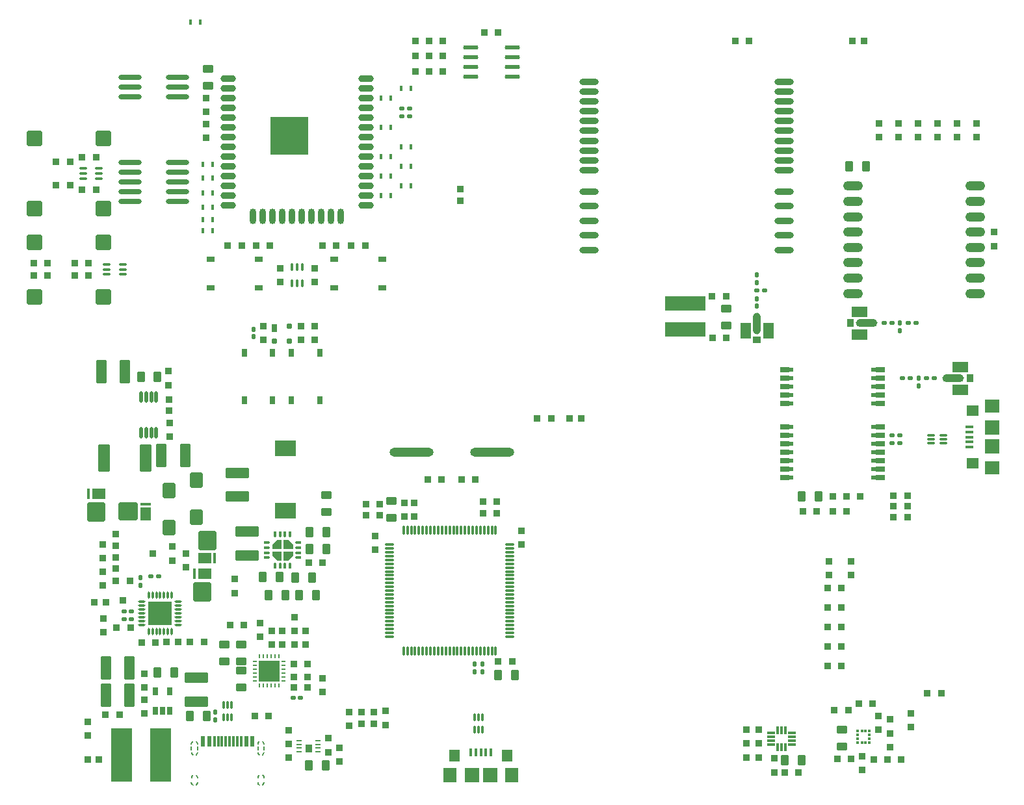
<source format=gtp>
G04*
G04 #@! TF.GenerationSoftware,Altium Limited,Altium Designer,20.0.9 (164)*
G04*
G04 Layer_Color=8421504*
%FSLAX25Y25*%
%MOIN*%
G70*
G01*
G75*
%ADD10C,0.00787*%
%ADD11R,0.04724X0.03150*%
%ADD12R,0.02362X0.05709*%
%ADD13R,0.01181X0.05709*%
%ADD14R,0.01575X0.03150*%
G04:AMPARAMS|DCode=15|XSize=27.56mil|YSize=118.11mil|CornerRadius=13.78mil|HoleSize=0mil|Usage=FLASHONLY|Rotation=90.000|XOffset=0mil|YOffset=0mil|HoleType=Round|Shape=RoundedRectangle|*
%AMROUNDEDRECTD15*
21,1,0.02756,0.09055,0,0,90.0*
21,1,0.00000,0.11811,0,0,90.0*
1,1,0.02756,0.04528,0.00000*
1,1,0.02756,0.04528,0.00000*
1,1,0.02756,-0.04528,0.00000*
1,1,0.02756,-0.04528,0.00000*
%
%ADD15ROUNDEDRECTD15*%
G04:AMPARAMS|DCode=16|XSize=11.81mil|YSize=38.98mil|CornerRadius=1.18mil|HoleSize=0mil|Usage=FLASHONLY|Rotation=180.000|XOffset=0mil|YOffset=0mil|HoleType=Round|Shape=RoundedRectangle|*
%AMROUNDEDRECTD16*
21,1,0.01181,0.03661,0,0,180.0*
21,1,0.00945,0.03898,0,0,180.0*
1,1,0.00236,-0.00472,0.01831*
1,1,0.00236,0.00472,0.01831*
1,1,0.00236,0.00472,-0.01831*
1,1,0.00236,-0.00472,-0.01831*
%
%ADD16ROUNDEDRECTD16*%
G04:AMPARAMS|DCode=17|XSize=40.16mil|YSize=14.17mil|CornerRadius=7.09mil|HoleSize=0mil|Usage=FLASHONLY|Rotation=0.000|XOffset=0mil|YOffset=0mil|HoleType=Round|Shape=RoundedRectangle|*
%AMROUNDEDRECTD17*
21,1,0.04016,0.00000,0,0,0.0*
21,1,0.02598,0.01417,0,0,0.0*
1,1,0.01417,0.01299,0.00000*
1,1,0.01417,-0.01299,0.00000*
1,1,0.01417,-0.01299,0.00000*
1,1,0.01417,0.01299,0.00000*
%
%ADD17ROUNDEDRECTD17*%
G04:AMPARAMS|DCode=18|XSize=78.74mil|YSize=35.43mil|CornerRadius=17.72mil|HoleSize=0mil|Usage=FLASHONLY|Rotation=180.000|XOffset=0mil|YOffset=0mil|HoleType=Round|Shape=RoundedRectangle|*
%AMROUNDEDRECTD18*
21,1,0.07874,0.00000,0,0,180.0*
21,1,0.04331,0.03543,0,0,180.0*
1,1,0.03543,-0.02165,0.00000*
1,1,0.03543,0.02165,0.00000*
1,1,0.03543,0.02165,0.00000*
1,1,0.03543,-0.02165,0.00000*
%
%ADD18ROUNDEDRECTD18*%
G04:AMPARAMS|DCode=19|XSize=78.74mil|YSize=35.43mil|CornerRadius=17.72mil|HoleSize=0mil|Usage=FLASHONLY|Rotation=90.000|XOffset=0mil|YOffset=0mil|HoleType=Round|Shape=RoundedRectangle|*
%AMROUNDEDRECTD19*
21,1,0.07874,0.00000,0,0,90.0*
21,1,0.04331,0.03543,0,0,90.0*
1,1,0.03543,0.00000,0.02165*
1,1,0.03543,0.00000,-0.02165*
1,1,0.03543,0.00000,-0.02165*
1,1,0.03543,0.00000,0.02165*
%
%ADD19ROUNDEDRECTD19*%
%ADD20R,0.19685X0.19685*%
G04:AMPARAMS|DCode=21|XSize=35.43mil|YSize=31.5mil|CornerRadius=3.15mil|HoleSize=0mil|Usage=FLASHONLY|Rotation=180.000|XOffset=0mil|YOffset=0mil|HoleType=Round|Shape=RoundedRectangle|*
%AMROUNDEDRECTD21*
21,1,0.03543,0.02520,0,0,180.0*
21,1,0.02913,0.03150,0,0,180.0*
1,1,0.00630,-0.01457,0.01260*
1,1,0.00630,0.01457,0.01260*
1,1,0.00630,0.01457,-0.01260*
1,1,0.00630,-0.01457,-0.01260*
%
%ADD21ROUNDEDRECTD21*%
G04:AMPARAMS|DCode=22|XSize=39.37mil|YSize=27.56mil|CornerRadius=2.76mil|HoleSize=0mil|Usage=FLASHONLY|Rotation=270.000|XOffset=0mil|YOffset=0mil|HoleType=Round|Shape=RoundedRectangle|*
%AMROUNDEDRECTD22*
21,1,0.03937,0.02205,0,0,270.0*
21,1,0.03386,0.02756,0,0,270.0*
1,1,0.00551,-0.01102,-0.01693*
1,1,0.00551,-0.01102,0.01693*
1,1,0.00551,0.01102,0.01693*
1,1,0.00551,0.01102,-0.01693*
%
%ADD22ROUNDEDRECTD22*%
G04:AMPARAMS|DCode=23|XSize=23.62mil|YSize=27.56mil|CornerRadius=2.36mil|HoleSize=0mil|Usage=FLASHONLY|Rotation=270.000|XOffset=0mil|YOffset=0mil|HoleType=Round|Shape=RoundedRectangle|*
%AMROUNDEDRECTD23*
21,1,0.02362,0.02284,0,0,270.0*
21,1,0.01890,0.02756,0,0,270.0*
1,1,0.00472,-0.01142,-0.00945*
1,1,0.00472,-0.01142,0.00945*
1,1,0.00472,0.01142,0.00945*
1,1,0.00472,0.01142,-0.00945*
%
%ADD23ROUNDEDRECTD23*%
G04:AMPARAMS|DCode=24|XSize=40.16mil|YSize=14.17mil|CornerRadius=7.09mil|HoleSize=0mil|Usage=FLASHONLY|Rotation=270.000|XOffset=0mil|YOffset=0mil|HoleType=Round|Shape=RoundedRectangle|*
%AMROUNDEDRECTD24*
21,1,0.04016,0.00000,0,0,270.0*
21,1,0.02598,0.01417,0,0,270.0*
1,1,0.01417,0.00000,-0.01299*
1,1,0.01417,0.00000,0.01299*
1,1,0.01417,0.00000,0.01299*
1,1,0.01417,0.00000,-0.01299*
%
%ADD24ROUNDEDRECTD24*%
%ADD25R,0.03976X0.01378*%
%ADD26R,0.01378X0.03976*%
G04:AMPARAMS|DCode=27|XSize=43.31mil|YSize=23.62mil|CornerRadius=2.36mil|HoleSize=0mil|Usage=FLASHONLY|Rotation=90.000|XOffset=0mil|YOffset=0mil|HoleType=Round|Shape=RoundedRectangle|*
%AMROUNDEDRECTD27*
21,1,0.04331,0.01890,0,0,90.0*
21,1,0.03858,0.02362,0,0,90.0*
1,1,0.00472,0.00945,0.01929*
1,1,0.00472,0.00945,-0.01929*
1,1,0.00472,-0.00945,-0.01929*
1,1,0.00472,-0.00945,0.01929*
%
%ADD27ROUNDEDRECTD27*%
G04:AMPARAMS|DCode=28|XSize=78.74mil|YSize=78.74mil|CornerRadius=7.87mil|HoleSize=0mil|Usage=FLASHONLY|Rotation=90.000|XOffset=0mil|YOffset=0mil|HoleType=Round|Shape=RoundedRectangle|*
%AMROUNDEDRECTD28*
21,1,0.07874,0.06299,0,0,90.0*
21,1,0.06299,0.07874,0,0,90.0*
1,1,0.01575,0.03150,0.03150*
1,1,0.01575,0.03150,-0.03150*
1,1,0.01575,-0.03150,-0.03150*
1,1,0.01575,-0.03150,0.03150*
%
%ADD28ROUNDEDRECTD28*%
G04:AMPARAMS|DCode=29|XSize=31.5mil|YSize=35.43mil|CornerRadius=3.15mil|HoleSize=0mil|Usage=FLASHONLY|Rotation=270.000|XOffset=0mil|YOffset=0mil|HoleType=Round|Shape=RoundedRectangle|*
%AMROUNDEDRECTD29*
21,1,0.03150,0.02913,0,0,270.0*
21,1,0.02520,0.03543,0,0,270.0*
1,1,0.00630,-0.01457,-0.01260*
1,1,0.00630,-0.01457,0.01260*
1,1,0.00630,0.01457,0.01260*
1,1,0.00630,0.01457,-0.01260*
%
%ADD29ROUNDEDRECTD29*%
G04:AMPARAMS|DCode=30|XSize=43.31mil|YSize=27.56mil|CornerRadius=2.76mil|HoleSize=0mil|Usage=FLASHONLY|Rotation=270.000|XOffset=0mil|YOffset=0mil|HoleType=Round|Shape=RoundedRectangle|*
%AMROUNDEDRECTD30*
21,1,0.04331,0.02205,0,0,270.0*
21,1,0.03780,0.02756,0,0,270.0*
1,1,0.00551,-0.01102,-0.01890*
1,1,0.00551,-0.01102,0.01890*
1,1,0.00551,0.01102,0.01890*
1,1,0.00551,0.01102,-0.01890*
%
%ADD30ROUNDEDRECTD30*%
G04:AMPARAMS|DCode=31|XSize=43.31mil|YSize=27.56mil|CornerRadius=2.76mil|HoleSize=0mil|Usage=FLASHONLY|Rotation=0.000|XOffset=0mil|YOffset=0mil|HoleType=Round|Shape=RoundedRectangle|*
%AMROUNDEDRECTD31*
21,1,0.04331,0.02205,0,0,0.0*
21,1,0.03780,0.02756,0,0,0.0*
1,1,0.00551,0.01890,-0.01102*
1,1,0.00551,-0.01890,-0.01102*
1,1,0.00551,-0.01890,0.01102*
1,1,0.00551,0.01890,0.01102*
%
%ADD31ROUNDEDRECTD31*%
G04:AMPARAMS|DCode=32|XSize=35.83mil|YSize=32.68mil|CornerRadius=3.27mil|HoleSize=0mil|Usage=FLASHONLY|Rotation=90.000|XOffset=0mil|YOffset=0mil|HoleType=Round|Shape=RoundedRectangle|*
%AMROUNDEDRECTD32*
21,1,0.03583,0.02614,0,0,90.0*
21,1,0.02929,0.03268,0,0,90.0*
1,1,0.00654,0.01307,0.01465*
1,1,0.00654,0.01307,-0.01465*
1,1,0.00654,-0.01307,-0.01465*
1,1,0.00654,-0.01307,0.01465*
%
%ADD32ROUNDEDRECTD32*%
G04:AMPARAMS|DCode=33|XSize=35.83mil|YSize=32.68mil|CornerRadius=3.27mil|HoleSize=0mil|Usage=FLASHONLY|Rotation=0.000|XOffset=0mil|YOffset=0mil|HoleType=Round|Shape=RoundedRectangle|*
%AMROUNDEDRECTD33*
21,1,0.03583,0.02614,0,0,0.0*
21,1,0.02929,0.03268,0,0,0.0*
1,1,0.00654,0.01465,-0.01307*
1,1,0.00654,-0.01465,-0.01307*
1,1,0.00654,-0.01465,0.01307*
1,1,0.00654,0.01465,0.01307*
%
%ADD33ROUNDEDRECTD33*%
G04:AMPARAMS|DCode=34|XSize=19.68mil|YSize=23.62mil|CornerRadius=1.97mil|HoleSize=0mil|Usage=FLASHONLY|Rotation=0.000|XOffset=0mil|YOffset=0mil|HoleType=Round|Shape=RoundedRectangle|*
%AMROUNDEDRECTD34*
21,1,0.01968,0.01968,0,0,0.0*
21,1,0.01575,0.02362,0,0,0.0*
1,1,0.00394,0.00787,-0.00984*
1,1,0.00394,-0.00787,-0.00984*
1,1,0.00394,-0.00787,0.00984*
1,1,0.00394,0.00787,0.00984*
%
%ADD34ROUNDEDRECTD34*%
%ADD35R,0.07480X0.07480*%
G04:AMPARAMS|DCode=36|XSize=39.37mil|YSize=15.75mil|CornerRadius=1.58mil|HoleSize=0mil|Usage=FLASHONLY|Rotation=180.000|XOffset=0mil|YOffset=0mil|HoleType=Round|Shape=RoundedRectangle|*
%AMROUNDEDRECTD36*
21,1,0.03937,0.01260,0,0,180.0*
21,1,0.03622,0.01575,0,0,180.0*
1,1,0.00315,-0.01811,0.00630*
1,1,0.00315,0.01811,0.00630*
1,1,0.00315,0.01811,-0.00630*
1,1,0.00315,-0.01811,-0.00630*
%
%ADD36ROUNDEDRECTD36*%
%ADD37R,0.07480X0.07087*%
%ADD38R,0.06299X0.05512*%
G04:AMPARAMS|DCode=39|XSize=59.06mil|YSize=19.29mil|CornerRadius=9.65mil|HoleSize=0mil|Usage=FLASHONLY|Rotation=270.000|XOffset=0mil|YOffset=0mil|HoleType=Round|Shape=RoundedRectangle|*
%AMROUNDEDRECTD39*
21,1,0.05906,0.00000,0,0,270.0*
21,1,0.03976,0.01929,0,0,270.0*
1,1,0.01929,0.00000,-0.01988*
1,1,0.01929,0.00000,0.01988*
1,1,0.01929,0.00000,0.01988*
1,1,0.01929,0.00000,-0.01988*
%
%ADD39ROUNDEDRECTD39*%
G04:AMPARAMS|DCode=40|XSize=55.12mil|YSize=64.33mil|CornerRadius=2.76mil|HoleSize=0mil|Usage=FLASHONLY|Rotation=90.000|XOffset=0mil|YOffset=0mil|HoleType=Round|Shape=RoundedRectangle|*
%AMROUNDEDRECTD40*
21,1,0.05512,0.05882,0,0,90.0*
21,1,0.04961,0.06433,0,0,90.0*
1,1,0.00551,0.02941,0.02480*
1,1,0.00551,0.02941,-0.02480*
1,1,0.00551,-0.02941,-0.02480*
1,1,0.00551,-0.02941,0.02480*
%
%ADD40ROUNDEDRECTD40*%
G04:AMPARAMS|DCode=41|XSize=98.43mil|YSize=90.55mil|CornerRadius=4.53mil|HoleSize=0mil|Usage=FLASHONLY|Rotation=270.000|XOffset=0mil|YOffset=0mil|HoleType=Round|Shape=RoundedRectangle|*
%AMROUNDEDRECTD41*
21,1,0.09843,0.08150,0,0,270.0*
21,1,0.08937,0.09055,0,0,270.0*
1,1,0.00906,-0.04075,-0.04469*
1,1,0.00906,-0.04075,0.04469*
1,1,0.00906,0.04075,0.04469*
1,1,0.00906,0.04075,-0.04469*
%
%ADD41ROUNDEDRECTD41*%
G04:AMPARAMS|DCode=42|XSize=55.12mil|YSize=11.81mil|CornerRadius=1.18mil|HoleSize=0mil|Usage=FLASHONLY|Rotation=90.000|XOffset=0mil|YOffset=0mil|HoleType=Round|Shape=RoundedRectangle|*
%AMROUNDEDRECTD42*
21,1,0.05512,0.00945,0,0,90.0*
21,1,0.05276,0.01181,0,0,90.0*
1,1,0.00236,0.00472,0.02638*
1,1,0.00236,0.00472,-0.02638*
1,1,0.00236,-0.00472,-0.02638*
1,1,0.00236,-0.00472,0.02638*
%
%ADD42ROUNDEDRECTD42*%
G04:AMPARAMS|DCode=43|XSize=55.12mil|YSize=11.81mil|CornerRadius=1.18mil|HoleSize=0mil|Usage=FLASHONLY|Rotation=180.000|XOffset=0mil|YOffset=0mil|HoleType=Round|Shape=RoundedRectangle|*
%AMROUNDEDRECTD43*
21,1,0.05512,0.00945,0,0,180.0*
21,1,0.05276,0.01181,0,0,180.0*
1,1,0.00236,-0.02638,0.00472*
1,1,0.00236,0.02638,0.00472*
1,1,0.00236,0.02638,-0.00472*
1,1,0.00236,-0.02638,-0.00472*
%
%ADD43ROUNDEDRECTD43*%
G04:AMPARAMS|DCode=44|XSize=98.43mil|YSize=90.55mil|CornerRadius=4.53mil|HoleSize=0mil|Usage=FLASHONLY|Rotation=0.000|XOffset=0mil|YOffset=0mil|HoleType=Round|Shape=RoundedRectangle|*
%AMROUNDEDRECTD44*
21,1,0.09843,0.08150,0,0,0.0*
21,1,0.08937,0.09055,0,0,0.0*
1,1,0.00906,0.04469,-0.04075*
1,1,0.00906,-0.04469,-0.04075*
1,1,0.00906,-0.04469,0.04075*
1,1,0.00906,0.04469,0.04075*
%
%ADD44ROUNDEDRECTD44*%
G04:AMPARAMS|DCode=45|XSize=55.12mil|YSize=64.33mil|CornerRadius=2.76mil|HoleSize=0mil|Usage=FLASHONLY|Rotation=180.000|XOffset=0mil|YOffset=0mil|HoleType=Round|Shape=RoundedRectangle|*
%AMROUNDEDRECTD45*
21,1,0.05512,0.05882,0,0,180.0*
21,1,0.04961,0.06433,0,0,180.0*
1,1,0.00551,-0.02480,0.02941*
1,1,0.00551,0.02480,0.02941*
1,1,0.00551,0.02480,-0.02941*
1,1,0.00551,-0.02480,-0.02941*
%
%ADD45ROUNDEDRECTD45*%
%ADD46R,0.01378X0.01476*%
%ADD47R,0.01476X0.01378*%
%ADD48R,0.01181X0.01181*%
%ADD49O,0.01181X0.03150*%
%ADD50R,0.01181X0.01181*%
%ADD51O,0.03150X0.01181*%
%ADD52R,0.05512X0.06299*%
%ADD53R,0.07087X0.07480*%
G04:AMPARAMS|DCode=54|XSize=39.37mil|YSize=15.75mil|CornerRadius=1.58mil|HoleSize=0mil|Usage=FLASHONLY|Rotation=90.000|XOffset=0mil|YOffset=0mil|HoleType=Round|Shape=RoundedRectangle|*
%AMROUNDEDRECTD54*
21,1,0.03937,0.01260,0,0,90.0*
21,1,0.03622,0.01575,0,0,90.0*
1,1,0.00315,0.00630,0.01811*
1,1,0.00315,0.00630,-0.01811*
1,1,0.00315,-0.00630,-0.01811*
1,1,0.00315,-0.00630,0.01811*
%
%ADD54ROUNDEDRECTD54*%
%ADD55R,0.07480X0.07480*%
G04:AMPARAMS|DCode=56|XSize=11.81mil|YSize=38.19mil|CornerRadius=5.91mil|HoleSize=0mil|Usage=FLASHONLY|Rotation=270.000|XOffset=0mil|YOffset=0mil|HoleType=Round|Shape=RoundedRectangle|*
%AMROUNDEDRECTD56*
21,1,0.01181,0.02638,0,0,270.0*
21,1,0.00000,0.03819,0,0,270.0*
1,1,0.01181,-0.01319,0.00000*
1,1,0.01181,-0.01319,0.00000*
1,1,0.01181,0.01319,0.00000*
1,1,0.01181,0.01319,0.00000*
%
%ADD56ROUNDEDRECTD56*%
G04:AMPARAMS|DCode=57|XSize=11.81mil|YSize=38.19mil|CornerRadius=5.91mil|HoleSize=0mil|Usage=FLASHONLY|Rotation=0.000|XOffset=0mil|YOffset=0mil|HoleType=Round|Shape=RoundedRectangle|*
%AMROUNDEDRECTD57*
21,1,0.01181,0.02638,0,0,0.0*
21,1,0.00000,0.03819,0,0,0.0*
1,1,0.01181,0.00000,-0.01319*
1,1,0.01181,0.00000,-0.01319*
1,1,0.01181,0.00000,0.01319*
1,1,0.01181,0.00000,0.01319*
%
%ADD57ROUNDEDRECTD57*%
%ADD58R,0.12402X0.12402*%
G04:AMPARAMS|DCode=59|XSize=98.43mil|YSize=31.5mil|CornerRadius=15.75mil|HoleSize=0mil|Usage=FLASHONLY|Rotation=0.000|XOffset=0mil|YOffset=0mil|HoleType=Round|Shape=RoundedRectangle|*
%AMROUNDEDRECTD59*
21,1,0.09843,0.00000,0,0,0.0*
21,1,0.06693,0.03150,0,0,0.0*
1,1,0.03150,0.03347,0.00000*
1,1,0.03150,-0.03347,0.00000*
1,1,0.03150,-0.03347,0.00000*
1,1,0.03150,0.03347,0.00000*
%
%ADD59ROUNDEDRECTD59*%
%ADD60R,0.03543X0.03937*%
G04:AMPARAMS|DCode=61|XSize=25.59mil|YSize=9.84mil|CornerRadius=0.98mil|HoleSize=0mil|Usage=FLASHONLY|Rotation=0.000|XOffset=0mil|YOffset=0mil|HoleType=Round|Shape=RoundedRectangle|*
%AMROUNDEDRECTD61*
21,1,0.02559,0.00787,0,0,0.0*
21,1,0.02362,0.00984,0,0,0.0*
1,1,0.00197,0.01181,-0.00394*
1,1,0.00197,-0.01181,-0.00394*
1,1,0.00197,-0.01181,0.00394*
1,1,0.00197,0.01181,0.00394*
%
%ADD61ROUNDEDRECTD61*%
G04:AMPARAMS|DCode=62|XSize=35.43mil|YSize=31.5mil|CornerRadius=3.15mil|HoleSize=0mil|Usage=FLASHONLY|Rotation=270.000|XOffset=0mil|YOffset=0mil|HoleType=Round|Shape=RoundedRectangle|*
%AMROUNDEDRECTD62*
21,1,0.03543,0.02520,0,0,270.0*
21,1,0.02913,0.03150,0,0,270.0*
1,1,0.00630,-0.01260,-0.01457*
1,1,0.00630,-0.01260,0.01457*
1,1,0.00630,0.01260,0.01457*
1,1,0.00630,0.01260,-0.01457*
%
%ADD62ROUNDEDRECTD62*%
G04:AMPARAMS|DCode=63|XSize=11.81mil|YSize=38.98mil|CornerRadius=1.18mil|HoleSize=0mil|Usage=FLASHONLY|Rotation=90.000|XOffset=0mil|YOffset=0mil|HoleType=Round|Shape=RoundedRectangle|*
%AMROUNDEDRECTD63*
21,1,0.01181,0.03661,0,0,90.0*
21,1,0.00945,0.03898,0,0,90.0*
1,1,0.00236,0.01831,0.00472*
1,1,0.00236,0.01831,-0.00472*
1,1,0.00236,-0.01831,-0.00472*
1,1,0.00236,-0.01831,0.00472*
%
%ADD63ROUNDEDRECTD63*%
G04:AMPARAMS|DCode=64|XSize=78.74mil|YSize=66.93mil|CornerRadius=6.69mil|HoleSize=0mil|Usage=FLASHONLY|Rotation=270.000|XOffset=0mil|YOffset=0mil|HoleType=Round|Shape=RoundedRectangle|*
%AMROUNDEDRECTD64*
21,1,0.07874,0.05354,0,0,270.0*
21,1,0.06535,0.06693,0,0,270.0*
1,1,0.01339,-0.02677,-0.03268*
1,1,0.01339,-0.02677,0.03268*
1,1,0.01339,0.02677,0.03268*
1,1,0.01339,0.02677,-0.03268*
%
%ADD64ROUNDEDRECTD64*%
G04:AMPARAMS|DCode=65|XSize=52.76mil|YSize=118.9mil|CornerRadius=5.28mil|HoleSize=0mil|Usage=FLASHONLY|Rotation=0.000|XOffset=0mil|YOffset=0mil|HoleType=Round|Shape=RoundedRectangle|*
%AMROUNDEDRECTD65*
21,1,0.05276,0.10835,0,0,0.0*
21,1,0.04221,0.11890,0,0,0.0*
1,1,0.01055,0.02110,-0.05417*
1,1,0.01055,-0.02110,-0.05417*
1,1,0.01055,-0.02110,0.05417*
1,1,0.01055,0.02110,0.05417*
%
%ADD65ROUNDEDRECTD65*%
G04:AMPARAMS|DCode=66|XSize=52.76mil|YSize=118.9mil|CornerRadius=5.28mil|HoleSize=0mil|Usage=FLASHONLY|Rotation=270.000|XOffset=0mil|YOffset=0mil|HoleType=Round|Shape=RoundedRectangle|*
%AMROUNDEDRECTD66*
21,1,0.05276,0.10835,0,0,270.0*
21,1,0.04221,0.11890,0,0,270.0*
1,1,0.01055,-0.05417,-0.02110*
1,1,0.01055,-0.05417,0.02110*
1,1,0.01055,0.05417,0.02110*
1,1,0.01055,0.05417,-0.02110*
%
%ADD66ROUNDEDRECTD66*%
G04:AMPARAMS|DCode=67|XSize=55.12mil|YSize=39.37mil|CornerRadius=3.94mil|HoleSize=0mil|Usage=FLASHONLY|Rotation=270.000|XOffset=0mil|YOffset=0mil|HoleType=Round|Shape=RoundedRectangle|*
%AMROUNDEDRECTD67*
21,1,0.05512,0.03150,0,0,270.0*
21,1,0.04724,0.03937,0,0,270.0*
1,1,0.00787,-0.01575,-0.02362*
1,1,0.00787,-0.01575,0.02362*
1,1,0.00787,0.01575,0.02362*
1,1,0.00787,0.01575,-0.02362*
%
%ADD67ROUNDEDRECTD67*%
G04:AMPARAMS|DCode=68|XSize=55.12mil|YSize=39.37mil|CornerRadius=3.94mil|HoleSize=0mil|Usage=FLASHONLY|Rotation=180.000|XOffset=0mil|YOffset=0mil|HoleType=Round|Shape=RoundedRectangle|*
%AMROUNDEDRECTD68*
21,1,0.05512,0.03150,0,0,180.0*
21,1,0.04724,0.03937,0,0,180.0*
1,1,0.00787,-0.02362,0.01575*
1,1,0.00787,0.02362,0.01575*
1,1,0.00787,0.02362,-0.01575*
1,1,0.00787,-0.02362,-0.01575*
%
%ADD68ROUNDEDRECTD68*%
G04:AMPARAMS|DCode=69|XSize=31.5mil|YSize=35.43mil|CornerRadius=3.15mil|HoleSize=0mil|Usage=FLASHONLY|Rotation=0.000|XOffset=0mil|YOffset=0mil|HoleType=Round|Shape=RoundedRectangle|*
%AMROUNDEDRECTD69*
21,1,0.03150,0.02913,0,0,0.0*
21,1,0.02520,0.03543,0,0,0.0*
1,1,0.00630,0.01260,-0.01457*
1,1,0.00630,-0.01260,-0.01457*
1,1,0.00630,-0.01260,0.01457*
1,1,0.00630,0.01260,0.01457*
%
%ADD69ROUNDEDRECTD69*%
G04:AMPARAMS|DCode=70|XSize=19.68mil|YSize=23.62mil|CornerRadius=1.97mil|HoleSize=0mil|Usage=FLASHONLY|Rotation=90.000|XOffset=0mil|YOffset=0mil|HoleType=Round|Shape=RoundedRectangle|*
%AMROUNDEDRECTD70*
21,1,0.01968,0.01968,0,0,90.0*
21,1,0.01575,0.02362,0,0,90.0*
1,1,0.00394,0.00984,0.00787*
1,1,0.00394,0.00984,-0.00787*
1,1,0.00394,-0.00984,-0.00787*
1,1,0.00394,-0.00984,0.00787*
%
%ADD70ROUNDEDRECTD70*%
G04:AMPARAMS|DCode=71|XSize=137.8mil|YSize=62.99mil|CornerRadius=6.3mil|HoleSize=0mil|Usage=FLASHONLY|Rotation=90.000|XOffset=0mil|YOffset=0mil|HoleType=Round|Shape=RoundedRectangle|*
%AMROUNDEDRECTD71*
21,1,0.13780,0.05039,0,0,90.0*
21,1,0.12520,0.06299,0,0,90.0*
1,1,0.01260,0.02520,0.06260*
1,1,0.01260,0.02520,-0.06260*
1,1,0.01260,-0.02520,-0.06260*
1,1,0.01260,-0.02520,0.06260*
%
%ADD71ROUNDEDRECTD71*%
%ADD72R,0.10827X0.27559*%
%ADD73R,0.20866X0.07480*%
%ADD74R,0.11024X0.07874*%
%ADD75R,0.03937X0.03543*%
%ADD76R,0.05512X0.07874*%
G04:AMPARAMS|DCode=77|XSize=39.37mil|YSize=110.24mil|CornerRadius=19.68mil|HoleSize=0mil|Usage=FLASHONLY|Rotation=180.000|XOffset=0mil|YOffset=0mil|HoleType=Round|Shape=RoundedRectangle|*
%AMROUNDEDRECTD77*
21,1,0.03937,0.07087,0,0,180.0*
21,1,0.00000,0.11024,0,0,180.0*
1,1,0.03937,0.00000,0.03543*
1,1,0.03937,0.00000,0.03543*
1,1,0.03937,0.00000,-0.03543*
1,1,0.03937,0.00000,-0.03543*
%
%ADD77ROUNDEDRECTD77*%
%ADD78R,0.07874X0.05512*%
G04:AMPARAMS|DCode=79|XSize=39.37mil|YSize=110.24mil|CornerRadius=19.68mil|HoleSize=0mil|Usage=FLASHONLY|Rotation=270.000|XOffset=0mil|YOffset=0mil|HoleType=Round|Shape=RoundedRectangle|*
%AMROUNDEDRECTD79*
21,1,0.03937,0.07087,0,0,270.0*
21,1,0.00000,0.11024,0,0,270.0*
1,1,0.03937,-0.03543,0.00000*
1,1,0.03937,-0.03543,0.00000*
1,1,0.03937,0.03543,0.00000*
1,1,0.03937,0.03543,0.00000*
%
%ADD79ROUNDEDRECTD79*%
%ADD80R,0.06299X0.02362*%
G04:AMPARAMS|DCode=81|XSize=47.24mil|YSize=102.36mil|CornerRadius=23.62mil|HoleSize=0mil|Usage=FLASHONLY|Rotation=270.000|XOffset=0mil|YOffset=0mil|HoleType=Round|Shape=RoundedRectangle|*
%AMROUNDEDRECTD81*
21,1,0.04724,0.05512,0,0,270.0*
21,1,0.00000,0.10236,0,0,270.0*
1,1,0.04724,-0.02756,0.00000*
1,1,0.04724,-0.02756,0.00000*
1,1,0.04724,0.02756,0.00000*
1,1,0.04724,0.02756,0.00000*
%
%ADD81ROUNDEDRECTD81*%
%ADD82O,0.02362X0.00984*%
%ADD83O,0.00984X0.02362*%
%ADD84R,0.11024X0.11024*%
%ADD85O,0.01181X0.04724*%
%ADD86O,0.04724X0.01181*%
G04:AMPARAMS|DCode=87|XSize=78mil|YSize=22mil|CornerRadius=11mil|HoleSize=0mil|Usage=FLASHONLY|Rotation=0.000|XOffset=0mil|YOffset=0mil|HoleType=Round|Shape=RoundedRectangle|*
%AMROUNDEDRECTD87*
21,1,0.07800,0.00000,0,0,0.0*
21,1,0.05600,0.02200,0,0,0.0*
1,1,0.02200,0.02800,0.00000*
1,1,0.02200,-0.02800,0.00000*
1,1,0.02200,-0.02800,0.00000*
1,1,0.02200,0.02800,0.00000*
%
%ADD87ROUNDEDRECTD87*%
%ADD88O,0.22638X0.04528*%
G36*
X148402Y127177D02*
Y124902D01*
X143677D01*
Y129626D01*
X145953D01*
X148402Y127177D01*
D02*
G37*
G36*
X142496Y124902D02*
X137772D01*
Y127177D01*
X140220Y129626D01*
X142496D01*
Y124902D01*
D02*
G37*
G36*
X148402Y121445D02*
X145953Y118996D01*
X143677D01*
Y123721D01*
X148402D01*
Y121445D01*
D02*
G37*
G36*
X142496Y118996D02*
X140220D01*
X137772Y121445D01*
Y123721D01*
X142496D01*
Y118996D01*
D02*
G37*
G36*
X84254Y87989D02*
X76460D01*
Y95784D01*
X84254D01*
Y87989D01*
D02*
G37*
G36*
X152819Y330611D02*
X140360D01*
Y343075D01*
X152819D01*
Y330611D01*
D02*
G37*
G36*
X147835Y238091D02*
X145477D01*
Y240068D01*
X147835D01*
Y238091D01*
D02*
G37*
G36*
X139961Y236516D02*
X137590D01*
Y240067D01*
X139961D01*
Y236516D01*
D02*
G37*
G36*
X147835Y230610D02*
X145478D01*
Y232573D01*
X147835D01*
Y230610D01*
D02*
G37*
G36*
X139961D02*
X137593D01*
Y232576D01*
X139961D01*
Y230610D01*
D02*
G37*
D10*
X96366Y5158D02*
X96577Y4370D01*
X97154Y3794D01*
X97213Y8824D02*
X96636Y8248D01*
X96425Y7461D01*
X98729Y3794D02*
X99305Y4370D01*
X99516Y5158D01*
X99575Y7461D02*
X99364Y8248D01*
X98787Y8824D01*
X96398Y20630D02*
X96609Y19842D01*
X97185Y19266D01*
X97146Y26265D02*
X96569Y25689D01*
X96358Y24902D01*
X98760Y19266D02*
X99336Y19842D01*
X99547Y20630D01*
X99508Y24902D02*
X99297Y25689D01*
X98721Y26265D01*
X132744Y3794D02*
X133321Y4370D01*
X133532Y5158D01*
X132776Y19266D02*
X133352Y19842D01*
X133563Y20630D01*
X133524Y24902D02*
X133313Y25689D01*
X132736Y26265D01*
X133591Y7461D02*
X133380Y8248D01*
X132803Y8824D01*
X130382Y5158D02*
X130593Y4370D01*
X131169Y3794D01*
X130413Y20630D02*
X130624Y19842D01*
X131201Y19266D01*
X131161Y26265D02*
X130585Y25689D01*
X130374Y24902D01*
X131228Y8824D02*
X130652Y8248D01*
X130441Y7461D01*
X96358Y21949D02*
Y23622D01*
X99547Y21909D02*
Y23583D01*
X130374Y21949D02*
Y23622D01*
X133563Y21909D02*
Y23583D01*
D11*
X400492Y174606D02*
D03*
X400492Y161614D02*
D03*
Y165945D02*
D03*
Y170276D02*
D03*
Y178937D02*
D03*
Y183268D02*
D03*
X400492Y187598D02*
D03*
X400492Y199409D02*
D03*
Y203740D02*
D03*
Y208071D02*
D03*
Y212402D02*
D03*
Y216732D02*
D03*
X449606D02*
D03*
Y212402D02*
D03*
Y208071D02*
D03*
Y203740D02*
D03*
Y199409D02*
D03*
Y187598D02*
D03*
Y183268D02*
D03*
Y178937D02*
D03*
Y174606D02*
D03*
Y170276D02*
D03*
Y165945D02*
D03*
Y161614D02*
D03*
D12*
X102264Y26368D02*
D03*
X105413D02*
D03*
X124508D02*
D03*
X127657D02*
D03*
D13*
X108071D02*
D03*
X112008D02*
D03*
X113976D02*
D03*
X110039D02*
D03*
X117913D02*
D03*
X121850D02*
D03*
X119882D02*
D03*
X115945D02*
D03*
D14*
X95965Y395276D02*
D03*
X100886D02*
D03*
X208760Y321378D02*
D03*
X203839D02*
D03*
X198524Y306378D02*
D03*
X193602D02*
D03*
X102264Y300197D02*
D03*
X107185D02*
D03*
X102264Y288110D02*
D03*
X107185D02*
D03*
X102264Y307559D02*
D03*
X107185D02*
D03*
X102264Y293917D02*
D03*
X107185D02*
D03*
X208760Y311378D02*
D03*
X203839D02*
D03*
X198524Y316378D02*
D03*
X193602D02*
D03*
X198524Y326378D02*
D03*
X193602D02*
D03*
X208760Y331378D02*
D03*
X203839D02*
D03*
X198524Y341378D02*
D03*
X193602D02*
D03*
X198524Y356378D02*
D03*
X193602D02*
D03*
X208760Y361378D02*
D03*
X203839D02*
D03*
X102264Y322165D02*
D03*
X107185D02*
D03*
X102264Y315295D02*
D03*
X107185D02*
D03*
D15*
X89272Y357008D02*
D03*
Y362008D02*
D03*
Y367008D02*
D03*
X64862D02*
D03*
Y362008D02*
D03*
Y357008D02*
D03*
X64862Y303150D02*
D03*
Y308150D02*
D03*
Y313150D02*
D03*
Y318150D02*
D03*
Y323150D02*
D03*
X89272D02*
D03*
Y318150D02*
D03*
Y313150D02*
D03*
Y308150D02*
D03*
Y303150D02*
D03*
D16*
X116929Y38465D02*
D03*
X114961D02*
D03*
X112992D02*
D03*
X116929Y44803D02*
D03*
X114961D02*
D03*
X112992D02*
D03*
X241535Y38405D02*
D03*
X243504D02*
D03*
X245473D02*
D03*
X241535Y32067D02*
D03*
X243504D02*
D03*
X245473D02*
D03*
D17*
X52933Y270866D02*
D03*
Y268307D02*
D03*
Y265748D02*
D03*
X61240D02*
D03*
Y268307D02*
D03*
Y270866D02*
D03*
X49035Y320177D02*
D03*
Y317618D02*
D03*
Y315059D02*
D03*
X40728D02*
D03*
Y317618D02*
D03*
Y320177D02*
D03*
D18*
X185965Y366378D02*
D03*
Y361378D02*
D03*
Y356378D02*
D03*
Y351378D02*
D03*
Y346378D02*
D03*
Y341378D02*
D03*
Y336378D02*
D03*
Y331378D02*
D03*
Y326378D02*
D03*
Y321378D02*
D03*
Y316378D02*
D03*
Y311378D02*
D03*
Y306378D02*
D03*
Y301378D02*
D03*
X115098D02*
D03*
Y306378D02*
D03*
Y311378D02*
D03*
Y316378D02*
D03*
Y321378D02*
D03*
Y326378D02*
D03*
Y331378D02*
D03*
Y336378D02*
D03*
Y341378D02*
D03*
Y346378D02*
D03*
Y351378D02*
D03*
Y356378D02*
D03*
Y361378D02*
D03*
Y366378D02*
D03*
D19*
X173031Y295472D02*
D03*
X168032D02*
D03*
X163031D02*
D03*
X158031D02*
D03*
X153032D02*
D03*
X148031D02*
D03*
X143032D02*
D03*
X138031D02*
D03*
X133031D02*
D03*
X128032D02*
D03*
D20*
X146595Y336850D02*
D03*
D21*
X86614Y126378D02*
D03*
Y118898D02*
D03*
X76378Y122638D02*
D03*
X454528Y23228D02*
D03*
Y30315D02*
D03*
Y37402D02*
D03*
X149213Y90059D02*
D03*
Y82972D02*
D03*
Y75886D02*
D03*
X381004Y18012D02*
D03*
Y25098D02*
D03*
Y32185D02*
D03*
X387205D02*
D03*
Y25098D02*
D03*
Y18012D02*
D03*
X146358Y17815D02*
D03*
Y24902D02*
D03*
Y31988D02*
D03*
X196006Y41737D02*
D03*
Y34651D02*
D03*
X152559Y239272D02*
D03*
Y232185D02*
D03*
X159449Y268898D02*
D03*
Y261811D02*
D03*
X103937Y349213D02*
D03*
Y356299D02*
D03*
X141732Y268898D02*
D03*
Y261811D02*
D03*
X137401Y75886D02*
D03*
Y82972D02*
D03*
X142913D02*
D03*
Y75886D02*
D03*
X154724Y82972D02*
D03*
Y75886D02*
D03*
X131496Y79921D02*
D03*
Y87008D02*
D03*
X163386Y51575D02*
D03*
Y58661D02*
D03*
X93648Y122593D02*
D03*
Y115506D02*
D03*
X85138Y182579D02*
D03*
Y189665D02*
D03*
X84646Y209055D02*
D03*
Y216142D02*
D03*
X423228Y118504D02*
D03*
Y111417D02*
D03*
X498819Y336220D02*
D03*
Y343307D02*
D03*
X488819Y336220D02*
D03*
Y343307D02*
D03*
X478819Y336220D02*
D03*
Y343307D02*
D03*
X468819D02*
D03*
Y336220D02*
D03*
X458819D02*
D03*
Y343307D02*
D03*
X448819D02*
D03*
Y336220D02*
D03*
X177362Y41339D02*
D03*
Y34252D02*
D03*
X50787Y113386D02*
D03*
Y106299D02*
D03*
Y120079D02*
D03*
Y127165D02*
D03*
X72047Y61024D02*
D03*
Y53937D02*
D03*
Y40551D02*
D03*
Y47638D02*
D03*
X118504Y102362D02*
D03*
Y109449D02*
D03*
X465354Y40551D02*
D03*
Y33465D02*
D03*
X172244Y15945D02*
D03*
Y23031D02*
D03*
X51181Y82284D02*
D03*
Y89370D02*
D03*
X43307Y29134D02*
D03*
Y36220D02*
D03*
D22*
X138779Y238287D02*
D03*
D23*
Y231594D02*
D03*
X146653D02*
D03*
Y239075D02*
D03*
D24*
X153091Y269508D02*
D03*
X150531D02*
D03*
X147972D02*
D03*
Y261201D02*
D03*
X150531D02*
D03*
X153091D02*
D03*
D25*
X404209Y24492D02*
D03*
X393500Y30398D02*
D03*
Y28429D02*
D03*
Y26461D02*
D03*
Y24492D02*
D03*
X404209Y26461D02*
D03*
Y28429D02*
D03*
Y30398D02*
D03*
D26*
X396886Y23075D02*
D03*
X398854D02*
D03*
X400823D02*
D03*
Y31815D02*
D03*
X398854D02*
D03*
X396886D02*
D03*
D27*
X77756Y41732D02*
D03*
X81496D02*
D03*
X85236D02*
D03*
Y51968D02*
D03*
X77756D02*
D03*
D28*
X51181Y282087D02*
D03*
X15748D02*
D03*
X15748Y254331D02*
D03*
X51181D02*
D03*
X15748Y335630D02*
D03*
X51181D02*
D03*
Y299606D02*
D03*
X15748D02*
D03*
D29*
X253642Y67126D02*
D03*
X260728D02*
D03*
X370374Y254626D02*
D03*
X363287D02*
D03*
X370472Y233169D02*
D03*
X363386D02*
D03*
X43701Y271457D02*
D03*
X36614D02*
D03*
X252854Y143307D02*
D03*
X245768D02*
D03*
X252854Y149213D02*
D03*
X245768D02*
D03*
X43701Y265158D02*
D03*
X36614D02*
D03*
X241929Y160630D02*
D03*
X234842D02*
D03*
X217520Y160630D02*
D03*
X224606D02*
D03*
X114961Y280709D02*
D03*
X122047D02*
D03*
X185433D02*
D03*
X178347D02*
D03*
X40354Y325984D02*
D03*
X47441D02*
D03*
X40354Y309252D02*
D03*
X47441D02*
D03*
X163583Y117913D02*
D03*
X156496D02*
D03*
X400394Y10138D02*
D03*
X407480D02*
D03*
X409842Y144095D02*
D03*
X416929D02*
D03*
X57973Y84449D02*
D03*
X65059D02*
D03*
X59449Y39764D02*
D03*
X52362D02*
D03*
X246457Y389764D02*
D03*
X253543D02*
D03*
D30*
X162205Y201083D02*
D03*
X147638D02*
D03*
X147638Y225492D02*
D03*
X162205D02*
D03*
X123425Y201083D02*
D03*
X137992D02*
D03*
X137992Y225492D02*
D03*
X123425D02*
D03*
D31*
X130709Y273425D02*
D03*
Y258858D02*
D03*
X106299Y258858D02*
D03*
Y273425D02*
D03*
X169685D02*
D03*
Y258858D02*
D03*
X194095Y258858D02*
D03*
Y273425D02*
D03*
D32*
X189707Y35241D02*
D03*
Y41147D02*
D03*
X183661Y41142D02*
D03*
Y35236D02*
D03*
X234252Y309547D02*
D03*
Y303642D02*
D03*
X84744Y195768D02*
D03*
Y201673D02*
D03*
X57480Y126575D02*
D03*
Y132480D02*
D03*
Y120669D02*
D03*
Y114764D02*
D03*
D33*
X435335Y385433D02*
D03*
X441240D02*
D03*
X83661Y77165D02*
D03*
X89567D02*
D03*
X52461Y97539D02*
D03*
X46555D02*
D03*
X49016Y16929D02*
D03*
X43110D02*
D03*
X290354Y191732D02*
D03*
X296260D02*
D03*
D34*
X108661Y41142D02*
D03*
Y37205D02*
D03*
X459646Y240748D02*
D03*
Y236811D02*
D03*
X469095Y212402D02*
D03*
Y208465D02*
D03*
X245473Y65945D02*
D03*
Y62008D02*
D03*
X241535D02*
D03*
Y65945D02*
D03*
X128150Y233760D02*
D03*
Y237697D02*
D03*
X386319Y261614D02*
D03*
Y265551D02*
D03*
X386319Y253346D02*
D03*
Y249410D02*
D03*
X70079Y110236D02*
D03*
Y106299D02*
D03*
D35*
X506890Y187106D02*
D03*
Y177657D02*
D03*
D36*
X495079Y187500D02*
D03*
Y184941D02*
D03*
Y182382D02*
D03*
Y179823D02*
D03*
Y177264D02*
D03*
D37*
X506890Y198130D02*
D03*
Y166634D02*
D03*
D38*
X496850Y195965D02*
D03*
Y168799D02*
D03*
D39*
X70634Y202949D02*
D03*
X73193D02*
D03*
X75752D02*
D03*
X78311D02*
D03*
Y184406D02*
D03*
X75752D02*
D03*
X73193D02*
D03*
X70634D02*
D03*
D40*
X103096Y120132D02*
D03*
X103096Y112258D02*
D03*
X48819Y153150D02*
D03*
D41*
X104376Y129384D02*
D03*
X101817Y103006D02*
D03*
X47539Y143898D02*
D03*
D42*
X108313Y120132D02*
D03*
X97880Y112258D02*
D03*
X43602Y153150D02*
D03*
D43*
X73032Y148031D02*
D03*
D44*
X63779Y144095D02*
D03*
D45*
X73032Y142815D02*
D03*
D46*
X440047Y31553D02*
D03*
X442016D02*
D03*
Y25549D02*
D03*
X440047D02*
D03*
D47*
X444033Y31504D02*
D03*
Y29535D02*
D03*
Y27567D02*
D03*
Y25598D02*
D03*
X438029D02*
D03*
Y27567D02*
D03*
Y29535D02*
D03*
Y31504D02*
D03*
D48*
X139248Y133071D02*
D03*
X141807D02*
D03*
X144366D02*
D03*
X146925D02*
D03*
X139248Y115551D02*
D03*
X141807D02*
D03*
X144366D02*
D03*
X146925D02*
D03*
D49*
X139248Y132087D02*
D03*
X141807D02*
D03*
X144366D02*
D03*
X146925D02*
D03*
X139248Y116535D02*
D03*
X141807D02*
D03*
X144366D02*
D03*
X146925D02*
D03*
D50*
X151847Y128150D02*
D03*
Y125591D02*
D03*
Y123031D02*
D03*
Y120472D02*
D03*
X134327Y120472D02*
D03*
Y123031D02*
D03*
Y125591D02*
D03*
Y128150D02*
D03*
D51*
X150862Y128150D02*
D03*
Y125591D02*
D03*
Y123031D02*
D03*
Y120472D02*
D03*
X135311Y120472D02*
D03*
Y123031D02*
D03*
Y125591D02*
D03*
Y128150D02*
D03*
D52*
X231201Y18898D02*
D03*
X258366D02*
D03*
D53*
X229035Y8858D02*
D03*
X260531D02*
D03*
D54*
X239665Y20669D02*
D03*
X242224D02*
D03*
X244783D02*
D03*
X247343D02*
D03*
X249902D02*
D03*
D55*
X240059Y8858D02*
D03*
X249508D02*
D03*
D56*
X71030Y97795D02*
D03*
Y95827D02*
D03*
Y93858D02*
D03*
Y91890D02*
D03*
Y89921D02*
D03*
Y87953D02*
D03*
Y85984D02*
D03*
X89691D02*
D03*
Y87953D02*
D03*
Y89921D02*
D03*
Y91890D02*
D03*
Y93858D02*
D03*
Y95827D02*
D03*
Y97795D02*
D03*
D57*
X74455Y82559D02*
D03*
X76424D02*
D03*
X78392D02*
D03*
X80361D02*
D03*
X82329D02*
D03*
X84298D02*
D03*
X86266D02*
D03*
Y101221D02*
D03*
X84298D02*
D03*
X82329D02*
D03*
X80361D02*
D03*
X78392D02*
D03*
X76424D02*
D03*
X74455D02*
D03*
D58*
X80361Y91890D02*
D03*
D59*
X300098Y278346D02*
D03*
Y285827D02*
D03*
Y293307D02*
D03*
Y300787D02*
D03*
Y308268D02*
D03*
X400098D02*
D03*
Y300787D02*
D03*
Y293307D02*
D03*
Y285827D02*
D03*
Y278346D02*
D03*
Y319291D02*
D03*
Y324319D02*
D03*
Y329346D02*
D03*
Y334374D02*
D03*
Y339402D02*
D03*
Y344429D02*
D03*
Y349457D02*
D03*
Y354484D02*
D03*
Y359512D02*
D03*
Y364539D02*
D03*
X300098Y319291D02*
D03*
Y324319D02*
D03*
Y329346D02*
D03*
Y334374D02*
D03*
Y339402D02*
D03*
Y344429D02*
D03*
Y349457D02*
D03*
Y354484D02*
D03*
Y359512D02*
D03*
Y364539D02*
D03*
D60*
X156496Y22539D02*
D03*
X495374Y212402D02*
D03*
X434154Y240748D02*
D03*
D61*
X161319Y20768D02*
D03*
Y22736D02*
D03*
Y24705D02*
D03*
Y26673D02*
D03*
X151673Y20768D02*
D03*
Y22736D02*
D03*
Y24705D02*
D03*
Y26673D02*
D03*
D62*
X57480Y108661D02*
D03*
X64961D02*
D03*
X61221Y98425D02*
D03*
X225295Y385728D02*
D03*
X218209D02*
D03*
X211122D02*
D03*
Y377854D02*
D03*
X218209D02*
D03*
X225295D02*
D03*
Y369980D02*
D03*
X218209D02*
D03*
X211122D02*
D03*
X460236Y16929D02*
D03*
X453150D02*
D03*
X446063D02*
D03*
X439370Y151969D02*
D03*
X432283D02*
D03*
X425197D02*
D03*
X480709Y50787D02*
D03*
X473622D02*
D03*
X15551Y265158D02*
D03*
X22638D02*
D03*
X192815Y147835D02*
D03*
X185728D02*
D03*
Y142323D02*
D03*
X192815D02*
D03*
X129528Y280709D02*
D03*
X136614D02*
D03*
X163386D02*
D03*
X170473D02*
D03*
X34055Y323622D02*
D03*
X26969D02*
D03*
X26969Y311614D02*
D03*
X34055D02*
D03*
X128740Y39075D02*
D03*
X135827D02*
D03*
X148819Y65748D02*
D03*
X155905D02*
D03*
Y53839D02*
D03*
X148819D02*
D03*
Y59350D02*
D03*
X155905D02*
D03*
X116142Y86024D02*
D03*
X123228D02*
D03*
X429528Y64882D02*
D03*
X422441D02*
D03*
Y74882D02*
D03*
X429528D02*
D03*
Y84882D02*
D03*
X422441D02*
D03*
Y94882D02*
D03*
X429528D02*
D03*
Y104882D02*
D03*
X422441D02*
D03*
X456299Y152362D02*
D03*
X463386D02*
D03*
X456299Y146850D02*
D03*
X463386D02*
D03*
X456299Y141339D02*
D03*
X463386D02*
D03*
X445669Y45669D02*
D03*
X438583D02*
D03*
X433071Y42126D02*
D03*
X425984D02*
D03*
X434646Y17323D02*
D03*
X427559D02*
D03*
X425197Y144193D02*
D03*
X432283D02*
D03*
X102756Y77165D02*
D03*
X95669D02*
D03*
X70866Y76870D02*
D03*
X77953D02*
D03*
X375197Y385433D02*
D03*
X382283D02*
D03*
X273622Y191732D02*
D03*
X280709D02*
D03*
X15551Y271457D02*
D03*
X22638D02*
D03*
D63*
X481910Y183071D02*
D03*
Y181102D02*
D03*
Y179134D02*
D03*
X475571Y183071D02*
D03*
Y181102D02*
D03*
Y179134D02*
D03*
D64*
X98819Y141339D02*
D03*
Y160236D02*
D03*
X84744Y135925D02*
D03*
Y154823D02*
D03*
D65*
X50236Y215748D02*
D03*
X62362D02*
D03*
X80945Y173031D02*
D03*
X93071D02*
D03*
X52500Y64029D02*
D03*
X64626D02*
D03*
X52500Y49856D02*
D03*
X64626D02*
D03*
D66*
X119882Y163878D02*
D03*
Y151752D02*
D03*
X125000Y121693D02*
D03*
Y133819D02*
D03*
X98819Y46693D02*
D03*
Y58819D02*
D03*
D67*
X262303Y60236D02*
D03*
X253642D02*
D03*
X104134Y39370D02*
D03*
X95472D02*
D03*
X149508Y110236D02*
D03*
X158169D02*
D03*
X433661Y321260D02*
D03*
X442323D02*
D03*
X409252Y16437D02*
D03*
X400591D02*
D03*
X165157Y13878D02*
D03*
X156496D02*
D03*
X417717Y151969D02*
D03*
X409055D02*
D03*
X87402Y61417D02*
D03*
X78740D02*
D03*
X79035Y213386D02*
D03*
X70374D02*
D03*
X144487Y101277D02*
D03*
X135826D02*
D03*
X165551Y133661D02*
D03*
X156890D02*
D03*
X132972Y110531D02*
D03*
X141634D02*
D03*
X160137Y101277D02*
D03*
X151476D02*
D03*
X156890Y125000D02*
D03*
X165551D02*
D03*
D68*
X199016Y140748D02*
D03*
Y149409D02*
D03*
X104724Y362402D02*
D03*
Y371063D02*
D03*
X113091Y67224D02*
D03*
Y75886D02*
D03*
X121949Y67224D02*
D03*
Y75886D02*
D03*
X121850Y53937D02*
D03*
Y62598D02*
D03*
X429921Y23622D02*
D03*
Y32283D02*
D03*
X165551Y143799D02*
D03*
Y152461D02*
D03*
X370472Y248130D02*
D03*
Y239469D02*
D03*
D69*
X159646Y232185D02*
D03*
Y239272D02*
D03*
X210630Y148622D02*
D03*
Y141535D02*
D03*
X205512Y148622D02*
D03*
Y141535D02*
D03*
X133268Y239272D02*
D03*
Y232185D02*
D03*
X190551Y131496D02*
D03*
Y124409D02*
D03*
X265551Y127264D02*
D03*
Y134350D02*
D03*
X103937Y335827D02*
D03*
Y342913D02*
D03*
X434646Y118504D02*
D03*
Y111417D02*
D03*
X507874Y280315D02*
D03*
Y287402D02*
D03*
X395079Y10335D02*
D03*
Y17421D02*
D03*
X440158Y18504D02*
D03*
Y11417D02*
D03*
X448425Y32283D02*
D03*
Y39370D02*
D03*
X166437Y27756D02*
D03*
Y20669D02*
D03*
D70*
X386319Y257480D02*
D03*
X390256D02*
D03*
X204331Y346949D02*
D03*
X208268D02*
D03*
Y350886D02*
D03*
X204331D02*
D03*
X463779Y240748D02*
D03*
X467717D02*
D03*
X455512D02*
D03*
X451575D02*
D03*
X473228Y212402D02*
D03*
X477165D02*
D03*
X464961Y212402D02*
D03*
X461024D02*
D03*
X455610Y183071D02*
D03*
X459547D02*
D03*
X459547Y179134D02*
D03*
X455610D02*
D03*
X61758Y88937D02*
D03*
X65695D02*
D03*
X65695Y92874D02*
D03*
X61758D02*
D03*
X79528Y111024D02*
D03*
X75591D02*
D03*
X152362Y48622D02*
D03*
X148425D02*
D03*
D71*
X51575Y171457D02*
D03*
X72835D02*
D03*
D72*
X80413Y19291D02*
D03*
X60532D02*
D03*
D73*
X349409Y237402D02*
D03*
Y250787D02*
D03*
D74*
X144587Y176575D02*
D03*
Y144685D02*
D03*
D75*
X386319Y232087D02*
D03*
D76*
X392224Y236811D02*
D03*
X380413D02*
D03*
D77*
X386319Y240551D02*
D03*
D78*
X490650Y218307D02*
D03*
Y206496D02*
D03*
X438878Y234842D02*
D03*
Y246654D02*
D03*
D79*
X486909Y212402D02*
D03*
X442618Y240748D02*
D03*
D80*
X402032Y161614D02*
D03*
Y165945D02*
D03*
Y170276D02*
D03*
Y174606D02*
D03*
Y178937D02*
D03*
Y183268D02*
D03*
Y187598D02*
D03*
Y199409D02*
D03*
Y203740D02*
D03*
Y208071D02*
D03*
Y212402D02*
D03*
Y216732D02*
D03*
X448032D02*
D03*
Y212402D02*
D03*
Y208071D02*
D03*
Y203740D02*
D03*
Y199409D02*
D03*
Y187598D02*
D03*
Y183268D02*
D03*
Y178937D02*
D03*
Y174606D02*
D03*
Y170276D02*
D03*
Y165945D02*
D03*
Y161614D02*
D03*
D81*
X498130Y256004D02*
D03*
Y263878D02*
D03*
Y271752D02*
D03*
Y279626D02*
D03*
Y287500D02*
D03*
Y295374D02*
D03*
Y303248D02*
D03*
Y311122D02*
D03*
X435532Y256004D02*
D03*
Y263878D02*
D03*
Y271752D02*
D03*
Y279626D02*
D03*
Y287500D02*
D03*
Y295374D02*
D03*
Y303248D02*
D03*
Y311122D02*
D03*
D82*
X143701Y61319D02*
D03*
Y63287D02*
D03*
Y59350D02*
D03*
Y57382D02*
D03*
Y67224D02*
D03*
Y65256D02*
D03*
X128740Y59350D02*
D03*
Y57382D02*
D03*
Y67224D02*
D03*
Y65256D02*
D03*
Y61319D02*
D03*
Y63287D02*
D03*
D83*
X137205Y69784D02*
D03*
X135236D02*
D03*
X139173D02*
D03*
X141142D02*
D03*
X131299D02*
D03*
X133268D02*
D03*
X135236Y54823D02*
D03*
X137205D02*
D03*
X133268D02*
D03*
X131299D02*
D03*
X141142D02*
D03*
X139173D02*
D03*
D84*
X136220Y62303D02*
D03*
D85*
X252362Y72638D02*
D03*
X250394D02*
D03*
X248425D02*
D03*
X246457D02*
D03*
X244488D02*
D03*
X242520D02*
D03*
X240551D02*
D03*
X238583D02*
D03*
X236614D02*
D03*
X234646D02*
D03*
X232677D02*
D03*
X230709D02*
D03*
X228740D02*
D03*
X226772D02*
D03*
X224803D02*
D03*
X222835D02*
D03*
X220866D02*
D03*
X218898D02*
D03*
X216929D02*
D03*
X214961D02*
D03*
X212992D02*
D03*
X211024D02*
D03*
X209055D02*
D03*
X207087D02*
D03*
X205118D02*
D03*
Y134449D02*
D03*
X207087D02*
D03*
X209055D02*
D03*
X211024D02*
D03*
X212992D02*
D03*
X214961D02*
D03*
X216929D02*
D03*
X218898D02*
D03*
X220866D02*
D03*
X222835D02*
D03*
X224803D02*
D03*
X226772D02*
D03*
X228740D02*
D03*
X230709D02*
D03*
X232677D02*
D03*
X234646D02*
D03*
X236614D02*
D03*
X238583D02*
D03*
X240551D02*
D03*
X242520D02*
D03*
X244488D02*
D03*
X246457D02*
D03*
X248425D02*
D03*
X250394D02*
D03*
X252362D02*
D03*
D86*
X197835Y79921D02*
D03*
Y81890D02*
D03*
Y83858D02*
D03*
Y85827D02*
D03*
Y87795D02*
D03*
Y89764D02*
D03*
Y91732D02*
D03*
Y93701D02*
D03*
Y95669D02*
D03*
Y97638D02*
D03*
Y99606D02*
D03*
Y101575D02*
D03*
Y103543D02*
D03*
Y105512D02*
D03*
Y107480D02*
D03*
Y109449D02*
D03*
Y111417D02*
D03*
Y113386D02*
D03*
Y115354D02*
D03*
Y117323D02*
D03*
Y119291D02*
D03*
Y121260D02*
D03*
Y123228D02*
D03*
Y125197D02*
D03*
Y127165D02*
D03*
X259646D02*
D03*
Y125197D02*
D03*
Y123228D02*
D03*
Y121260D02*
D03*
Y119291D02*
D03*
Y117323D02*
D03*
Y115354D02*
D03*
Y113386D02*
D03*
Y111417D02*
D03*
Y109449D02*
D03*
Y107480D02*
D03*
Y105512D02*
D03*
Y103543D02*
D03*
Y101575D02*
D03*
Y99606D02*
D03*
Y97638D02*
D03*
Y95669D02*
D03*
Y93701D02*
D03*
Y91732D02*
D03*
Y89764D02*
D03*
Y87795D02*
D03*
Y85827D02*
D03*
Y83858D02*
D03*
Y81890D02*
D03*
Y79921D02*
D03*
D87*
X260881Y382303D02*
D03*
Y377303D02*
D03*
Y372303D02*
D03*
Y367303D02*
D03*
X239513D02*
D03*
Y372303D02*
D03*
Y377303D02*
D03*
Y382303D02*
D03*
D88*
X209055Y174409D02*
D03*
X250394D02*
D03*
M02*

</source>
